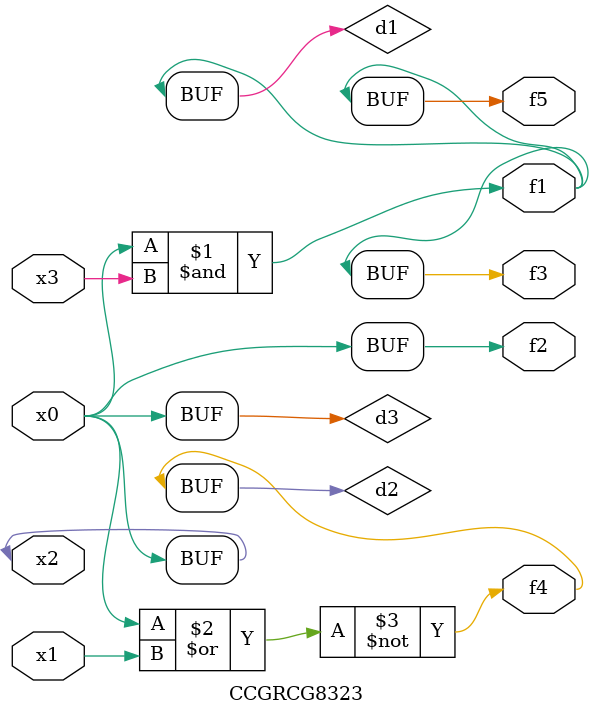
<source format=v>
module CCGRCG8323(
	input x0, x1, x2, x3,
	output f1, f2, f3, f4, f5
);

	wire d1, d2, d3;

	and (d1, x2, x3);
	nor (d2, x0, x1);
	buf (d3, x0, x2);
	assign f1 = d1;
	assign f2 = d3;
	assign f3 = d1;
	assign f4 = d2;
	assign f5 = d1;
endmodule

</source>
